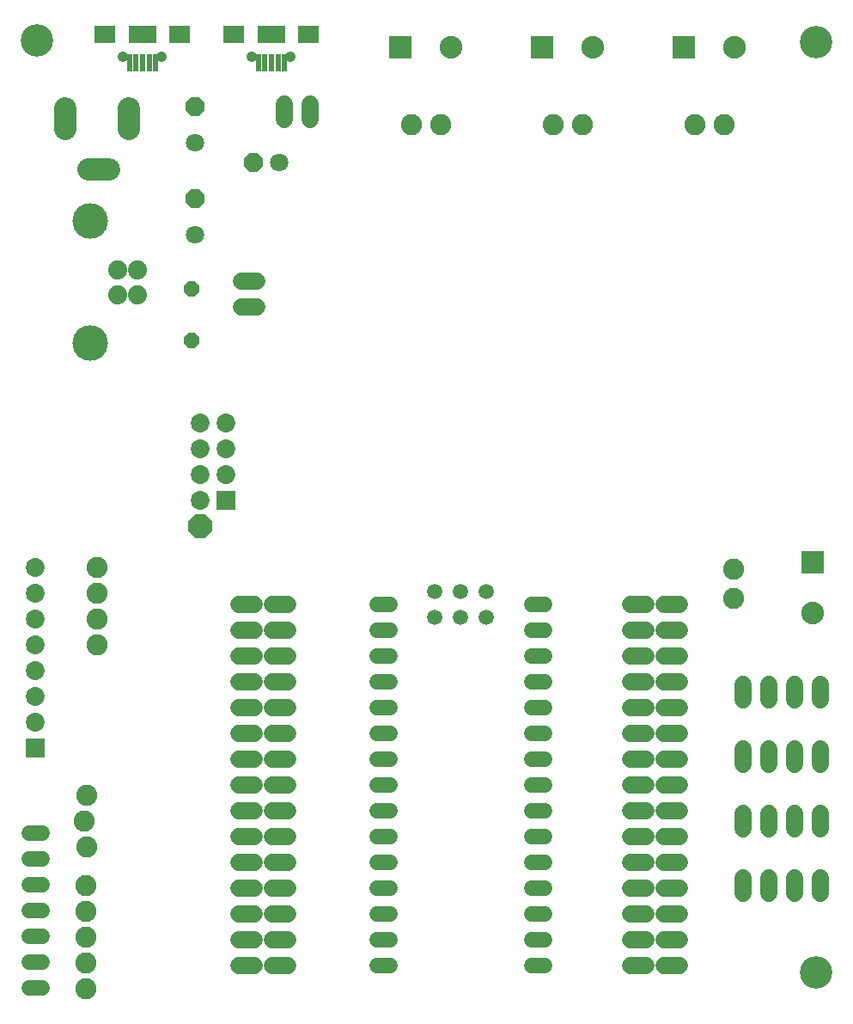
<source format=gbr>
G04 EAGLE Gerber X2 export*
G75*
%MOMM*%
%FSLAX34Y34*%
%LPD*%
%AMOC8*
5,1,8,0,0,1.08239X$1,22.5*%
G01*
%ADD10C,1.727200*%
%ADD11P,1.951982X8X202.500000*%
%ADD12C,1.803400*%
%ADD13P,1.951982X8X112.500000*%
%ADD14C,1.524000*%
%ADD15R,1.854200X1.854200*%
%ADD16C,1.854200*%
%ADD17C,2.203200*%
%ADD18P,1.649562X8X112.500000*%
%ADD19R,2.235200X2.235200*%
%ADD20C,2.235200*%
%ADD21C,1.511200*%
%ADD22C,1.511200*%
%ADD23R,0.603200X1.653200*%
%ADD24C,1.053200*%
%ADD25R,2.000000X1.700000*%
%ADD26R,2.700000X1.700000*%
%ADD27C,1.879600*%
%ADD28C,3.505200*%
%ADD29P,2.556822X8X202.500000*%
%ADD30C,3.203200*%
%ADD31C,2.082800*%


D10*
X812800Y261620D02*
X812800Y246380D01*
X787400Y246380D02*
X787400Y261620D01*
X762000Y261620D02*
X762000Y246380D01*
X736600Y246380D02*
X736600Y261620D01*
D11*
X254000Y839470D03*
D12*
X279400Y839470D03*
D10*
X812800Y198120D02*
X812800Y182880D01*
X787400Y182880D02*
X787400Y198120D01*
X762000Y198120D02*
X762000Y182880D01*
X736600Y182880D02*
X736600Y198120D01*
D13*
X196850Y803910D03*
D12*
X196850Y768350D03*
D10*
X626110Y48260D02*
X641350Y48260D01*
X641350Y73660D02*
X626110Y73660D01*
X626110Y99060D02*
X641350Y99060D01*
X641350Y124460D02*
X626110Y124460D01*
X626110Y149860D02*
X641350Y149860D01*
X641350Y175260D02*
X626110Y175260D01*
X626110Y200660D02*
X641350Y200660D01*
X641350Y226060D02*
X626110Y226060D01*
X626110Y251460D02*
X641350Y251460D01*
X641350Y276860D02*
X626110Y276860D01*
X626110Y302260D02*
X641350Y302260D01*
X641350Y327660D02*
X626110Y327660D01*
X626110Y353060D02*
X641350Y353060D01*
X641350Y378460D02*
X626110Y378460D01*
X626110Y403860D02*
X641350Y403860D01*
X659130Y48260D02*
X674370Y48260D01*
X674370Y73660D02*
X659130Y73660D01*
X659130Y99060D02*
X674370Y99060D01*
X674370Y124460D02*
X659130Y124460D01*
X659130Y149860D02*
X674370Y149860D01*
X674370Y175260D02*
X659130Y175260D01*
X659130Y200660D02*
X674370Y200660D01*
X674370Y226060D02*
X659130Y226060D01*
X659130Y251460D02*
X674370Y251460D01*
X674370Y276860D02*
X659130Y276860D01*
X659130Y302260D02*
X674370Y302260D01*
X674370Y327660D02*
X659130Y327660D01*
X659130Y353060D02*
X674370Y353060D01*
X674370Y378460D02*
X659130Y378460D01*
X659130Y403860D02*
X674370Y403860D01*
X255270Y48260D02*
X240030Y48260D01*
X240030Y73660D02*
X255270Y73660D01*
X255270Y99060D02*
X240030Y99060D01*
X240030Y124460D02*
X255270Y124460D01*
X255270Y149860D02*
X240030Y149860D01*
X240030Y175260D02*
X255270Y175260D01*
X255270Y200660D02*
X240030Y200660D01*
X240030Y226060D02*
X255270Y226060D01*
X255270Y251460D02*
X240030Y251460D01*
X240030Y276860D02*
X255270Y276860D01*
X255270Y302260D02*
X240030Y302260D01*
X240030Y327660D02*
X255270Y327660D01*
X255270Y353060D02*
X240030Y353060D01*
X240030Y378460D02*
X255270Y378460D01*
X255270Y403860D02*
X240030Y403860D01*
X273050Y48260D02*
X288290Y48260D01*
X288290Y73660D02*
X273050Y73660D01*
X273050Y99060D02*
X288290Y99060D01*
X288290Y124460D02*
X273050Y124460D01*
X273050Y149860D02*
X288290Y149860D01*
X288290Y175260D02*
X273050Y175260D01*
X273050Y200660D02*
X288290Y200660D01*
X288290Y226060D02*
X273050Y226060D01*
X273050Y251460D02*
X288290Y251460D01*
X288290Y276860D02*
X273050Y276860D01*
X273050Y302260D02*
X288290Y302260D01*
X288290Y327660D02*
X273050Y327660D01*
X273050Y353060D02*
X288290Y353060D01*
X288290Y378460D02*
X273050Y378460D01*
X273050Y403860D02*
X288290Y403860D01*
X284480Y881380D02*
X284480Y896620D01*
X309880Y896620D02*
X309880Y881380D01*
X257810Y697230D02*
X242570Y697230D01*
X242570Y722630D02*
X257810Y722630D01*
D14*
X45974Y26670D02*
X32766Y26670D01*
X32766Y52070D02*
X45974Y52070D01*
X45974Y77470D02*
X32766Y77470D01*
X32766Y102870D02*
X45974Y102870D01*
X45974Y128270D02*
X32766Y128270D01*
X32766Y153670D02*
X45974Y153670D01*
X45974Y179070D02*
X32766Y179070D01*
D10*
X812800Y134620D02*
X812800Y119380D01*
X787400Y119380D02*
X787400Y134620D01*
X762000Y134620D02*
X762000Y119380D01*
X736600Y119380D02*
X736600Y134620D01*
D15*
X39370Y262890D03*
D16*
X39370Y288290D03*
X39370Y313690D03*
X39370Y339090D03*
X39370Y364490D03*
X39370Y389890D03*
X39370Y415290D03*
X39370Y440690D03*
D13*
X196850Y894080D03*
D12*
X196850Y858520D03*
D15*
X227330Y506730D03*
D16*
X227330Y532130D03*
X227330Y557530D03*
X227330Y582930D03*
X201930Y582930D03*
X201930Y557530D03*
X201930Y532130D03*
X201930Y506730D03*
D17*
X131650Y872250D02*
X131650Y892250D01*
X68650Y892250D02*
X68650Y872250D01*
X91650Y832250D02*
X111650Y832250D01*
D18*
X193040Y664210D03*
X193040Y715010D03*
D19*
X399180Y952500D03*
D20*
X449180Y952500D03*
D19*
X538880Y952500D03*
D20*
X588880Y952500D03*
D19*
X678580Y952500D03*
D20*
X728580Y952500D03*
D19*
X804926Y445624D03*
D20*
X804926Y395624D03*
D21*
X388810Y403860D02*
X375730Y403860D01*
X375730Y378460D02*
X388810Y378460D01*
X388810Y353060D02*
X375730Y353060D01*
X375730Y327660D02*
X388810Y327660D01*
X388810Y302260D02*
X375730Y302260D01*
X375730Y276860D02*
X388810Y276860D01*
X388810Y251460D02*
X375730Y251460D01*
X375730Y226060D02*
X388810Y226060D01*
X388810Y200660D02*
X375730Y200660D01*
X375730Y175260D02*
X388810Y175260D01*
X388810Y149860D02*
X375730Y149860D01*
X375730Y124460D02*
X388810Y124460D01*
X528130Y403860D02*
X541210Y403860D01*
X541210Y378460D02*
X528130Y378460D01*
X528130Y353060D02*
X541210Y353060D01*
X541210Y200660D02*
X528130Y200660D01*
X528130Y175260D02*
X541210Y175260D01*
X541210Y149860D02*
X528130Y149860D01*
X528130Y124460D02*
X541210Y124460D01*
X541210Y48260D02*
X528130Y48260D01*
X388810Y48260D02*
X375730Y48260D01*
X375730Y73660D02*
X388810Y73660D01*
X388810Y99060D02*
X375730Y99060D01*
X528130Y73660D02*
X541210Y73660D01*
X541210Y99060D02*
X528130Y99060D01*
X528130Y327660D02*
X541210Y327660D01*
D22*
X483870Y391160D03*
X458470Y391160D03*
X433070Y391160D03*
D21*
X528130Y226060D02*
X541210Y226060D01*
X541210Y251460D02*
X528130Y251460D01*
X528130Y276860D02*
X541210Y276860D01*
X541210Y302260D02*
X528130Y302260D01*
D22*
X483870Y416560D03*
X458470Y416560D03*
X433070Y416560D03*
D23*
X271780Y937950D03*
X278280Y937950D03*
X284780Y937950D03*
X265280Y937950D03*
X258780Y937950D03*
D24*
X290780Y943200D03*
X252780Y943200D03*
D25*
X308620Y965200D03*
X234940Y965200D03*
D26*
X271780Y965200D03*
D27*
X139822Y708860D03*
X139822Y733860D03*
X120010Y733860D03*
X120010Y708860D03*
D28*
X92832Y661162D03*
X92832Y781558D03*
D10*
X812800Y325120D02*
X812800Y309880D01*
X787400Y309880D02*
X787400Y325120D01*
X762000Y325120D02*
X762000Y309880D01*
X736600Y309880D02*
X736600Y325120D01*
D23*
X144780Y937950D03*
X151280Y937950D03*
X157780Y937950D03*
X138280Y937950D03*
X131780Y937950D03*
D24*
X163780Y943200D03*
X125780Y943200D03*
D25*
X181620Y965200D03*
X107940Y965200D03*
D26*
X144780Y965200D03*
D29*
X201930Y481330D03*
D30*
X808990Y957580D03*
X808990Y41910D03*
X40386Y959612D03*
D31*
X100330Y440690D03*
X100330Y415290D03*
X100330Y389890D03*
X100330Y364490D03*
X88900Y25400D03*
X88900Y50800D03*
X88900Y76200D03*
X88900Y101600D03*
X88900Y127000D03*
X90170Y215900D03*
X87630Y190500D03*
X90170Y165100D03*
X438658Y876300D03*
X409702Y876300D03*
X578358Y876300D03*
X549402Y876300D03*
X718058Y876300D03*
X689102Y876300D03*
X727710Y409702D03*
X727710Y438658D03*
M02*

</source>
